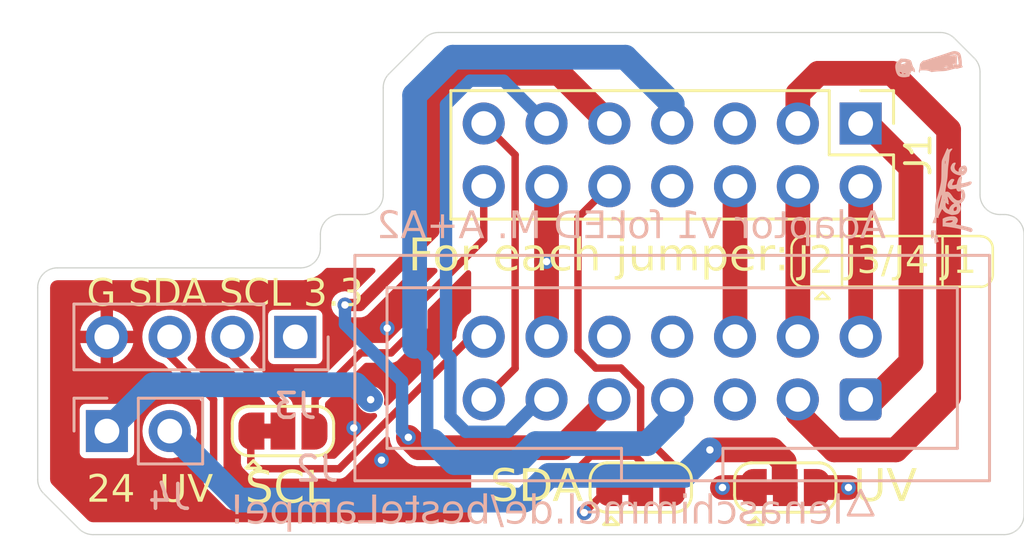
<source format=kicad_pcb>
(kicad_pcb (version 20240108) (generator "pcbnew") (generator_version "8.0")
  (layers (0 "F.Cu" signal) (1 "In1.Cu" signal) (2 "In2.Cu" signal) (31 "B.Cu" signal) (34 "B.Paste" user) (35 "F.Paste" user) (36 "B.SilkS" user "B.Silkscreen") (37 "F.SilkS" user "F.Silkscreen") (38 "B.Mask" user) (39 "F.Mask" user) (44 "Edge.Cuts" user))
  (net 0 "")
  (net 1 "/L0.3_B")
  (net 2 "/L0.2_G")
  (net 3 "/GND_UV")
  (net 4 "/L0.6_A")
  (net 5 "/NEO")
  (net 6 "/TMP_SCL")
  (net 7 "/GND_SDA")
  (net 8 "/L0.4_WW")
  (net 9 "/L0.1_R")
  (net 10 "/+3.3V")
  (net 11 "/+5V")
  (net 12 "/L0.5_CW")
  (net 13 "GND")
  (net 14 "/+24V")
  (net 15 "Net-(J2-Pin_8)")
  (net 16 "Net-(J2-Pin_10)")
  (net 17 "/SDA")
  (net 18 "/SCL")
  (net 19 "/LED_UV")
  (net 20 "Net-(J2-Pin_14)")
  (footprint "Jumper:SolderJumper-3_P1.3mm_Bridged12_RoundedPad1.0x1.5mm" (layer "F.Cu") (at 57.404 39.37)
    (property "Reference" "JP5" (hide yes))
    (property "Value" "Jumper_3_Bridged12")
    (fp_poly (pts (xy -0.9 -0.3) (xy -0.4 -0.3) (xy -0.4 0.3) (xy -0.9 0.3)) (fill solid) (layer "F.Cu"))
    (pad "1" smd custom (at -1.3 0) (size 1 0.5) (layers "F.Cu" "F.Mask") (net 16 "Net-(J2-Pin_10)") (options (clearance outline) (anchor rect)) (primitives (gr_circle (center 0 0.25) (end 0.5 0.25) (width 0) (fill yes)) (gr_circle (center 0 -0.25) (end 0.5 -0.25) (width 0) (fill yes)) (gr_poly (pts (xy 0.55 0.75) (xy 0 0.75) (xy 0 -0.75) (xy 0.55 -0.75)) (width 0) (fill yes))))
    (pad "2" smd rect (at 0 0) (size 1 1.5) (layers "F.Cu" "F.Mask") (net 17 "/SDA"))
    (pad "3" smd custom (at 1.3 0) (size 1 0.5) (layers "F.Cu" "F.Mask") (net 7 "/GND_SDA") (options (clearance outline) (anchor rect)) (primitives (gr_circle (center 0 0.25) (end 0.5 0.25) (width 0) (fill yes)) (gr_circle (center 0 -0.25) (end 0.5 -0.25) (width 0) (fill yes)) (gr_poly (pts (xy 0 0.75) (xy -0.55 0.75) (xy -0.55 -0.75) (xy 0 -0.75)) (width 0) (fill yes))))
  )
  (footprint "Connector_PinHeader_2.54mm:PinHeader_2x07_P2.54mm_Vertical" (layer "F.Cu") (at 66.294 24.638 -90)
    (property "Reference" "J1" (at 1.27 -2.33 90) (layer "F.SilkS"))
    (property "Value" "Conn_LED_Board")
    (pad "1" thru_hole rect (at 0 0 270) (size 1.7 1.7) (drill 1) (layers "*.Cu" "*.Mask") (net 9 "/L0.1_R"))
    (pad "2" thru_hole oval (at 2.54 0 270) (size 1.7 1.7) (drill 1) (layers "*.Cu" "*.Mask") (net 10 "/+3.3V"))
    (pad "3" thru_hole oval (at 0 2.54 270) (size 1.7 1.7) (drill 1) (layers "*.Cu" "*.Mask") (net 2 "/L0.2_G"))
    (pad "4" thru_hole oval (at 2.54 2.54 270) (size 1.7 1.7) (drill 1) (layers "*.Cu" "*.Mask") (net 11 "/+5V"))
    (pad "5" thru_hole oval (at 0 5.08 270) (size 1.7 1.7) (drill 1) (layers "*.Cu" "*.Mask") (net 1 "/L0.3_B"))
    (pad "6" thru_hole oval (at 2.54 5.08 270) (size 1.7 1.7) (drill 1) (layers "*.Cu" "*.Mask") (net 14 "/+24V"))
    (pad "7" thru_hole oval (at 0 7.62 270) (size 1.7 1.7) (drill 1) (layers "*.Cu" "*.Mask") (net 8 "/L0.4_WW"))
    (pad "8" thru_hole oval (at 2.54 7.62 270) (size 1.7 1.7) (drill 1) (layers "*.Cu" "*.Mask") (net 3 "/GND_UV"))
    (pad "9" thru_hole oval (at 0 10.16 270) (size 1.7 1.7) (drill 1) (layers "*.Cu" "*.Mask") (net 12 "/L0.5_CW"))
    (pad "10" thru_hole oval (at 2.54 10.16 270) (size 1.7 1.7) (drill 1) (layers "*.Cu" "*.Mask") (net 7 "/GND_SDA"))
    (pad "11" thru_hole oval (at 0 12.7 270) (size 1.7 1.7) (drill 1) (layers "*.Cu" "*.Mask") (net 4 "/L0.6_A"))
    (pad "12" thru_hole oval (at 2.54 12.7 270) (size 1.7 1.7) (drill 1) (layers "*.Cu" "*.Mask") (net 13 "GND"))
    (pad "13" thru_hole oval (at 0 15.24 270) (size 1.7 1.7) (drill 1) (layers "*.Cu" "*.Mask") (net 5 "/NEO"))
    (pad "14" thru_hole oval (at 2.54 15.24 270) (size 1.7 1.7) (drill 1) (layers "*.Cu" "*.Mask") (net 6 "/TMP_SCL"))
  )
  (footprint "Jumper:SolderJumper-3_P1.3mm_Bridged12_RoundedPad1.0x1.5mm" (layer "F.Cu") (at 63.246 39.37)
    (property "Reference" "JP4" (hide yes))
    (property "Value" "Jumper_3_Bridged12")
    (fp_poly (pts (xy -0.9 -0.3) (xy -0.4 -0.3) (xy -0.4 0.3) (xy -0.9 0.3)) (fill solid) (layer "F.Cu"))
    (pad "1" smd custom (at -1.3 0) (size 1 0.5) (layers "F.Cu" "F.Mask") (net 15 "Net-(J2-Pin_8)") (options (clearance outline) (anchor rect)) (primitives (gr_circle (center 0 0.25) (end 0.5 0.25) (width 0) (fill yes)) (gr_circle (center 0 -0.25) (end 0.5 -0.25) (width 0) (fill yes)) (gr_poly (pts (xy 0.55 0.75) (xy 0 0.75) (xy 0 -0.75) (xy 0.55 -0.75)) (width 0) (fill yes))))
    (pad "2" smd rect (at 0 0) (size 1 1.5) (layers "F.Cu" "F.Mask") (net 19 "/LED_UV"))
    (pad "3" smd custom (at 1.3 0) (size 1 0.5) (layers "F.Cu" "F.Mask") (net 3 "/GND_UV") (options (clearance outline) (anchor rect)) (primitives (gr_circle (center 0 0.25) (end 0.5 0.25) (width 0) (fill yes)) (gr_circle (center 0 -0.25) (end 0.5 -0.25) (width 0) (fill yes)) (gr_poly (pts (xy 0 0.75) (xy -0.55 0.75) (xy -0.55 -0.75) (xy 0 -0.75)) (width 0) (fill yes))))
  )
  (footprint "Jumper:SolderJumper-3_P1.3mm_Bridged12_RoundedPad1.0x1.5mm" (layer "F.Cu") (at 42.936 37.084)
    (property "Reference" "JP6" (hide yes))
    (property "Value" "Jumper_3_Bridged12")
    (fp_poly (pts (xy -0.9 -0.3) (xy -0.4 -0.3) (xy -0.4 0.3) (xy -0.9 0.3)) (fill solid) (layer "F.Cu"))
    (pad "1" smd custom (at -1.3 0) (size 1 0.5) (layers "F.Cu" "F.Mask") (net 20 "Net-(J2-Pin_14)") (options (clearance outline) (anchor rect)) (primitives (gr_circle (center 0 0.25) (end 0.5 0.25) (width 0) (fill yes)) (gr_circle (center 0 -0.25) (end 0.5 -0.25) (width 0) (fill yes)) (gr_poly (pts (xy 0.55 0.75) (xy 0 0.75) (xy 0 -0.75) (xy 0.55 -0.75)) (width 0) (fill yes))))
    (pad "2" smd rect (at 0 0) (size 1 1.5) (layers "F.Cu" "F.Mask") (net 18 "/SCL"))
    (pad "3" smd custom (at 1.3 0) (size 1 0.5) (layers "F.Cu" "F.Mask") (net 6 "/TMP_SCL") (options (clearance outline) (anchor rect)) (primitives (gr_circle (center 0 0.25) (end 0.5 0.25) (width 0) (fill yes)) (gr_circle (center 0 -0.25) (end 0.5 -0.25) (width 0) (fill yes)) (gr_poly (pts (xy 0 0.75) (xy -0.55 0.75) (xy -0.55 -0.75) (xy 0 -0.75)) (width 0) (fill yes))))
  )
  (footprint "Connector_IDC:IDC-Header_2x07_P2.54mm_Vertical" (layer "B.Cu") (at 66.294 35.8045 90)
    (property "Reference" "J2" (at -2.8035 -21.971 180) (layer "B.SilkS") (effects (justify mirror)))
    (property "Value" "Conn_Cable")
    (pad "1" thru_hole roundrect (at 0 0 90) (size 1.7 1.7) (drill 1) (layers "*.Cu" "*.Mask") (roundrect_rratio 0.147059) (net 9 "/L0.1_R"))
    (pad "2" thru_hole circle (at 2.54 0 90) (size 1.7 1.7) (drill 1) (layers "*.Cu" "*.Mask") (net 10 "/+3.3V"))
    (pad "3" thru_hole circle (at 0 -2.54 90) (size 1.7 1.7) (drill 1) (layers "*.Cu" "*.Mask") (net 2 "/L0.2_G"))
    (pad "4" thru_hole circle (at 2.54 -2.54 90) (size 1.7 1.7) (drill 1) (layers "*.Cu" "*.Mask") (net 11 "/+5V"))
    (pad "5" thru_hole circle (at 0 -5.08 90) (size 1.7 1.7) (drill 1) (layers "*.Cu" "*.Mask") (net 1 "/L0.3_B"))
    (pad "6" thru_hole circle (at 2.54 -5.08 90) (size 1.7 1.7) (drill 1) (layers "*.Cu" "*.Mask") (net 14 "/+24V"))
    (pad "7" thru_hole circle (at 0 -7.62 90) (size 1.7 1.7) (drill 1) (layers "*.Cu" "*.Mask") (net 8 "/L0.4_WW"))
    (pad "8" thru_hole circle (at 2.54 -7.62 90) (size 1.7 1.7) (drill 1) (layers "*.Cu" "*.Mask") (net 15 "Net-(J2-Pin_8)"))
    (pad "9" thru_hole circle (at 0 -10.16 90) (size 1.7 1.7) (drill 1) (layers "*.Cu" "*.Mask") (net 12 "/L0.5_CW"))
    (pad "10" thru_hole circle (at 2.54 -10.16 90) (size 1.7 1.7) (drill 1) (layers "*.Cu" "*.Mask") (net 16 "Net-(J2-Pin_10)"))
    (pad "11" thru_hole circle (at 0 -12.7 90) (size 1.7 1.7) (drill 1) (layers "*.Cu" "*.Mask") (net 4 "/L0.6_A"))
    (pad "12" thru_hole circle (at 2.54 -12.7 90) (size 1.7 1.7) (drill 1) (layers "*.Cu" "*.Mask") (net 13 "GND"))
    (pad "13" thru_hole circle (at 0 -15.24 90) (size 1.7 1.7) (drill 1) (layers "*.Cu" "*.Mask") (net 5 "/NEO"))
    (pad "14" thru_hole circle (at 2.54 -15.24 90) (size 1.7 1.7) (drill 1) (layers "*.Cu" "*.Mask") (net 20 "Net-(J2-Pin_14)"))
  )
  (footprint "Connector_PinHeader_2.54mm:PinHeader_1x04_P2.54mm_Vertical" (layer "B.Cu") (at 43.434 33.274 90)
    (property "Reference" "J3" (at -2.794 0 180) (layer "B.SilkS") (effects (justify mirror)))
    (property "Value" "Conn_01x04")
    (pad "1" thru_hole rect (at 0 0 90) (size 1.7 1.7) (drill 1) (layers "*.Cu" "*.Mask") (net 10 "/+3.3V"))
    (pad "2" thru_hole oval (at 0 -2.54 90) (size 1.7 1.7) (drill 1) (layers "*.Cu" "*.Mask") (net 18 "/SCL"))
    (pad "3" thru_hole oval (at 0 -5.08 90) (size 1.7 1.7) (drill 1) (layers "*.Cu" "*.Mask") (net 17 "/SDA"))
    (pad "4" thru_hole oval (at 0 -7.62 90) (size 1.7 1.7) (drill 1) (layers "*.Cu" "*.Mask") (net 13 "GND"))
  )
  (footprint "LOGO" (layer "B.Cu") (at 69.342 25.4 90)
    (property "Reference" "G***" (hide yes))
    (property "Value" "LOGO" (hide yes))
  )
  (footprint "Connector_PinHeader_2.54mm:PinHeader_1x02_P2.54mm_Vertical" (layer "B.Cu") (at 35.819 37.084 -90)
    (property "Reference" "J4" (at 2.667 -2.535 0) (layer "B.SilkS") (effects (justify mirror)))
    (property "Value" "Conn_01x02")
    (pad "1" thru_hole rect (at 0 0 270) (size 1.7 1.7) (drill 1) (layers "*.Cu" "*.Mask") (net 14 "/+24V"))
    (pad "2" thru_hole oval (at 0 -2.54 270) (size 1.7 1.7) (drill 1) (layers "*.Cu" "*.Mask") (net 19 "/LED_UV"))
  )
  (gr_arc (start 71.1365 29.2) (mid 71.490053 29.346447) (end 71.6365 29.7) (stroke (width 0.1)) (layer "F.SilkS"))
  (gr_line (start 63.4995 30.742) (end 63.4995 29.692) (stroke (width 0.1)) (layer "F.SilkS"))
  (gr_line (start 69.6045 29.192) (end 69.6045 31.224) (stroke (width 0.1)) (layer "F.SilkS"))
  (gr_line (start 63.9995 29.192) (end 71.1285 29.192) (stroke (width 0.1)) (layer "F.SilkS"))
  (gr_arc (start 63.4995 29.692) (mid 63.645947 29.338447) (end 63.9995 29.192) (stroke (width 0.1)) (layer "F.SilkS"))
  (gr_arc (start 63.9995 31.242) (mid 63.645947 31.095553) (end 63.4995 30.742) (stroke (width 0.1)) (layer "F.SilkS"))
  (gr_arc (start 71.6365 30.75) (mid 71.490053 31.103553) (end 71.1365 31.25) (stroke (width 0.1)) (layer "F.SilkS"))
  (gr_poly (pts (xy 64.4625 31.742) (xy 64.7525 31.452) (xy 65.0325 31.732) (xy 65.0325 31.742) (xy 64.4825 31.742) (xy 64.4625 31.722)) (stroke (width 0.1)) (fill none) (layer "F.SilkS"))
  (gr_line (start 65.5405 29.192) (end 65.5405 31.224) (stroke (width 0.1)) (layer "F.SilkS"))
  (gr_line (start 71.6365 29.7) (end 71.6365 30.75) (stroke (width 0.1)) (layer "F.SilkS"))
  (gr_line (start 71.1285 31.242) (end 63.9995 31.242) (stroke (width 0.1)) (layer "F.SilkS"))
  (gr_line (start 69.518629 20.955) (end 49.226371 20.955) (stroke (width 0.05)) (layer "Edge.Cuts"))
  (gr_arc (start 71.92 28.321) (mid 71.354315 28.086685) (end 71.12 27.521) (stroke (width 0.05)) (layer "Edge.Cuts"))
  (gr_line (start 35.256371 41.275) (end 72.098 41.275) (stroke (width 0.05)) (layer "Edge.Cuts"))
  (gr_arc (start 48.660685 21.189315) (mid 48.920224 21.015896) (end 49.226371 20.955) (stroke (width 0.05)) (layer "Edge.Cuts"))
  (gr_line (start 44.45 29.121) (end 44.45 29.68) (stroke (width 0.05)) (layer "Edge.Cuts"))
  (gr_line (start 72.898 40.475) (end 72.898 29.121) (stroke (width 0.05)) (layer "Edge.Cuts"))
  (gr_line (start 33.02 31.28) (end 33.02 39.038629) (stroke (width 0.05)) (layer "Edge.Cuts"))
  (gr_arc (start 46.99 27.521) (mid 46.755685 28.086685) (end 46.19 28.321) (stroke (width 0.05)) (layer "Edge.Cuts"))
  (gr_arc (start 44.45 29.68) (mid 44.215685 30.245685) (end 43.65 30.48) (stroke (width 0.05)) (layer "Edge.Cuts"))
  (gr_line (start 48.660685 21.189315) (end 47.224314 22.625686) (stroke (width 0.05)) (layer "Edge.Cuts"))
  (gr_line (start 33.254315 39.604315) (end 34.690686 41.040686) (stroke (width 0.05)) (layer "Edge.Cuts"))
  (gr_arc (start 70.885685 21.990685) (mid 71.059104 22.250224) (end 71.12 22.556371) (stroke (width 0.05)) (layer "Edge.Cuts"))
  (gr_arc (start 33.02 31.28) (mid 33.254315 30.714315) (end 33.82 30.48) (stroke (width 0.05)) (layer "Edge.Cuts"))
  (gr_arc (start 72.098 28.321) (mid 72.663685 28.555315) (end 72.898 29.121) (stroke (width 0.05)) (layer "Edge.Cuts"))
  (gr_arc (start 69.518629 20.955) (mid 69.824769 21.015906) (end 70.084314 21.189314) (stroke (width 0.05)) (layer "Edge.Cuts"))
  (gr_line (start 43.65 30.48) (end 33.82 30.48) (stroke (width 0.05)) (layer "Edge.Cuts"))
  (gr_arc (start 44.45 29.121) (mid 44.684315 28.555315) (end 45.25 28.321) (stroke (width 0.05)) (layer "Edge.Cuts"))
  (gr_arc (start 46.99 23.191371) (mid 47.050906 22.885231) (end 47.224314 22.625686) (stroke (width 0.05)) (layer "Edge.Cuts"))
  (gr_line (start 72.098 28.321) (end 71.92 28.321) (stroke (width 0.05)) (layer "Edge.Cuts"))
  (gr_line (start 46.99 23.191371) (end 46.99 27.521) (stroke (width 0.05)) (layer "Edge.Cuts"))
  (gr_arc (start 35.256371 41.275) (mid 34.950231 41.214094) (end 34.690686 41.040686) (stroke (width 0.05)) (layer "Edge.Cuts"))
  (gr_arc (start 72.898 40.475) (mid 72.663685 41.040685) (end 72.098 41.275) (stroke (width 0.05)) (layer "Edge.Cuts"))
  (gr_line (start 71.12 27.521) (end 71.12 22.556371) (stroke (width 0.05)) (layer "Edge.Cuts"))
  (gr_arc (start 33.254315 39.604315) (mid 33.080887 39.344778) (end 33.02 39.038629) (stroke (width 0.05)) (layer "Edge.Cuts"))
  (gr_line (start 70.885685 21.990685) (end 70.084314 21.189314) (stroke (width 0.05)) (layer "Edge.Cuts"))
  (gr_line (start 46.19 28.321) (end 45.25 28.321) (stroke (width 0.05)) (layer "Edge.Cuts"))
  (gr_text "Adaptor v1 for" (at 67.31 29.464 0) (layer "B.SilkS") (effects (font (size 1.1 1.1) (thickness 0.1)) (justify left bottom mirror)))
  (gr_text "lenaschimmel.de/besteLampe!" (at 65.6 41.021 0) (layer "B.SilkS") (effects (font (size 1.15 1.15) (thickness 0.1)) (justify left bottom mirror)))
  (gr_text "LED M. A+A2" (at 56.896 29.464 0) (layer "B.SilkS") (effects (font (size 1.1 1.1) (thickness 0.1)) (justify left bottom mirror)))
  (gr_text "G SDA SCL 3.3" (at 35 32.2 0) (layer "F.SilkS") (effects (font (size 1.1 1.1) (thickness 0.1)) (justify left bottom)))
  (gr_text "SCL" (at 41.4 40.2 0) (layer "F.SilkS") (effects (font (size 1.3 1.3) (thickness 0.1)) (justify left bottom)))
  (gr_text "SDA" (at 51.308 40.132 0) (layer "F.SilkS") (effects (font (size 1.3 1.3) (thickness 0.1)) (justify left bottom)))
  (gr_text "24  UV" (at 35 40.132 0) (layer "F.SilkS") (effects (font (size 1.1 1.1) (thickness 0.1)) (justify left bottom)))
  (gr_text "UV" (at 66 40.132 0) (layer "F.SilkS") (effects (font (size 1.3 1.3) (thickness 0.1)) (justify left bottom)))
  (gr_text "For each jumper:" (at 48 30.8 0) (layer "F.SilkS") (effects (font (size 1.3 1.3) (thickness 0.1)) (justify left bottom)))
  (gr_text "J2 J3/J4 J1" (at 63.7625 30.8684 0) (layer "F.SilkS") (effects (font (size 1.1 1.1) (thickness 0.1)) (justify left bottom)))
  (segment (start 63.754 36.374) (end 63.754 35.814) (width 1) (layer "F.Cu") (net 2))
  (segment (start 65.226 37.846) (end 63.754 36.374) (width 1) (layer "F.Cu") (net 2))
  (segment (start 67.564 22.606) (end 69.85 24.892) (width 1) (layer "F.Cu") (net 2))
  (segment (start 63.754 24.638) (end 63.754 23.435919) (width 1) (layer "F.Cu") (net 2))
  (segment (start 63.754 23.435919) (end 64.583919 22.606) (width 1) (layer "F.Cu") (net 2))
  (segment (start 69.85 24.892) (end 69.85 35.713) (width 1) (layer "F.Cu") (net 2))
  (segment (start 67.717 37.846) (end 65.226 37.846) (width 1) (layer "F.Cu") (net 2))
  (segment (start 69.85 35.713) (end 67.717 37.846) (width 1) (layer "F.Cu") (net 2))
  (segment (start 64.583919 22.606) (end 67.564 22.606) (width 1) (layer "F.Cu") (net 2))
  (segment (start 64.546 39.37) (end 65.8 39.37) (width 1) (layer "F.Cu") (net 3))
  (via (at 65.8 39.37) (size 0.6) (drill 0.3) (layers "F.Cu" "B.Cu") (net 3))
  (segment (start 51.861 22.905) (end 50.501 22.905) (width 0.5) (layer "B.Cu") (net 4))
  (segment (start 53.594 35.814) (end 53.276 35.814) (width 0.5) (layer "B.Cu") (net 4))
  (segment (start 49.53 33.935051) (end 49.706 34.111051) (width 0.5) (layer "B.Cu") (net 4))
  (segment (start 49.53 23.876) (end 49.53 33.935051) (width 0.5) (layer "B.Cu") (net 4))
  (segment (start 52.04 37.114) (end 53.3495 35.8045) (width 0.5) (layer "B.Cu") (net 4))
  (segment (start 50.501 22.905) (end 49.53 23.876) (width 0.5) (layer "B.Cu") (net 4))
  (segment (start 50.322 37.114) (end 52.04 37.114) (width 0.5) (layer "B.Cu") (net 4))
  (segment (start 49.706 36.498) (end 50.322 37.114) (width 0.5) (layer "B.Cu") (net 4))
  (segment (start 49.706 34.111051) (end 49.706 36.498) (width 0.5) (layer "B.Cu") (net 4))
  (segment (start 53.3495 35.8045) (end 53.594 35.8045) (width 0.5) (layer "B.Cu") (net 4))
  (segment (start 53.594 24.638) (end 51.861 22.905) (width 0.5) (layer "B.Cu") (net 4))
  (segment (start 52.324 25.908) (end 51.054 24.638) (width 0.3) (layer "F.Cu") (net 5))
  (segment (start 51.054 35.814) (end 52.324 34.544) (width 0.3) (layer "F.Cu") (net 5))
  (segment (start 52.324 34.544) (end 52.324 25.908) (width 0.3) (layer "F.Cu") (net 5))
  (segment (start 46.09 33.92) (end 47.31 33.92) (width 0.3) (layer "F.Cu") (net 6))
  (segment (start 48.38 32.85) (end 48.38 32.01) (width 0.3) (layer "F.Cu") (net 6))
  (segment (start 44.236 35.774) (end 46.09 33.92) (width 0.3) (layer "F.Cu") (net 6))
  (segment (start 51.054 29.336) (end 51.054 27.178) (width 0.3) (layer "F.Cu") (net 6))
  (segment (start 48.38 32.01) (end 51.054 29.336) (width 0.3) (layer "F.Cu") (net 6))
  (segment (start 44.236 37.084) (end 44.236 35.774) (width 0.3) (layer "F.Cu") (net 6))
  (segment (start 47.31 33.92) (end 48.38 32.85) (width 0.3) (layer "F.Cu") (net 6))
  (segment (start 58.704 38.444) (end 58.704 39.37) (width 0.3) (layer "F.Cu") (net 7))
  (segment (start 54.864 33.811682) (end 55.588034 34.535716) (width 0.3) (layer "F.Cu") (net 7))
  (segment (start 57.397792 37.137792) (end 58.704 38.444) (width 0.3) (layer "F.Cu") (net 7))
  (segment (start 57.397792 35.329124) (end 57.397792 37.137792) (width 0.3) (layer "F.Cu") (net 7))
  (segment (start 55.588034 34.535716) (end 56.604384 34.535716) (width 0.3) (layer "F.Cu") (net 7))
  (segment (start 54.864 28.448) (end 54.864 33.811682) (width 0.3) (layer "F.Cu") (net 7))
  (segment (start 56.134 27.178) (end 54.864 28.448) (width 0.3) (layer "F.Cu") (net 7))
  (segment (start 56.604384 34.535716) (end 57.397792 35.329124) (width 0.3) (layer "F.Cu") (net 7))
  (segment (start 58.674 24.638) (end 58.674 23.85) (width 1) (layer "B.Cu") (net 8))
  (segment (start 49.868 38.36) (end 52.391503 38.36) (width 1) (layer "B.Cu") (net 8))
  (segment (start 49.8 21.955) (end 48.26 23.495) (width 1) (layer "B.Cu") (net 8))
  (segment (start 53.159503 37.592) (end 57.658 37.592) (width 1) (layer "B.Cu") (net 8))
  (segment (start 58.674 36.576) (end 58.674 35.814) (width 1) (layer "B.Cu") (net 8))
  (segment (start 58.674 23.85) (end 56.779 21.955) (width 1) (layer "B.Cu") (net 8))
  (segment (start 48.768 37.26) (end 48.768 34.163) (width 0.5) (layer "B.Cu") (net 8))
  (segment (start 56.779 21.955) (end 49.8 21.955) (width 1) (layer "B.Cu") (net 8))
  (segment (start 48.26 23.495) (end 48.26 33.655) (width 1) (layer "B.Cu") (net 8))
  (segment (start 49.006 37.498) (end 49.868 38.36) (width 1) (layer "B.Cu") (net 8))
  (segment (start 48.768 34.163) (end 48.26 33.655) (width 0.5) (layer "B.Cu") (net 8))
  (segment (start 52.391503 38.36) (end 53.159503 37.592) (width 1) (layer "B.Cu") (net 8))
  (segment (start 57.658 37.592) (end 58.674 36.576) (width 1) (layer "B.Cu") (net 8))
  (segment (start 49.006 37.498) (end 48.768 37.26) (width 0.5) (layer "B.Cu") (net 8))
  (segment (start 68.326 26.416) (end 68.326 34.29) (width 1) (layer "F.Cu") (net 9))
  (segment (start 66.548 24.638) (end 68.326 26.416) (width 1) (layer "F.Cu") (net 9))
  (segment (start 66.294 24.638) (end 66.548 24.638) (width 1) (layer "F.Cu") (net 9))
  (segment (start 66.802 35.814) (end 66.294 35.814) (width 1) (layer "F.Cu") (net 9))
  (segment (start 68.326 34.29) (end 66.802 35.814) (width 1) (layer "F.Cu") (net 9))
  (segment (start 66.294 27.178) (end 66.294 33.274) (width 1) (layer "F.Cu") (net 10))
  (segment (start 63.754 27.178) (end 63.754 33.274) (width 1) (layer "F.Cu") (net 11))
  (segment (start 45.443669 31.981669) (end 46.042474 31.981669) (width 0.5) (layer "F.Cu") (net 12))
  (segment (start 46.042474 31.981669) (end 49.006 29.018143) (width 0.5) (layer "F.Cu") (net 12))
  (segment (start 48.006 37.338) (end 48.426 37.758) (width 1) (layer "F.Cu") (net 12))
  (segment (start 54.211219 37.758) (end 56.134 35.835219) (width 1) (layer "F.Cu") (net 12))
  (segment (start 49.006 23.892) (end 49.006 28.194) (width 1) (layer "F.Cu") (net 12))
  (segment (start 56.134 35.835219) (end 56.134 35.814) (width 1) (layer "F.Cu") (net 12))
  (segment (start 54.102 22.606) (end 50.292 22.606) (width 1) (layer "F.Cu") (net 12))
  (segment (start 50.292 22.606) (end 49.006 23.892) (width 1) (layer "F.Cu") (net 12))
  (segment (start 48.426 37.758) (end 54.211219 37.758) (width 1) (layer "F.Cu") (net 12))
  (segment (start 56.134 24.638) (end 54.102 22.606) (width 1) (layer "F.Cu") (net 12))
  (segment (start 49.006 29.018143) (end 49.006 28.194) (width 0.5) (layer "F.Cu") (net 12))
  (via (at 48.006 37.338) (size 0.6) (drill 0.3) (layers "F.Cu" "B.Cu") (net 12))
  (via (at 45.443669 31.981669) (size 0.6) (drill 0.3) (layers "F.Cu" "B.Cu") (net 12))
  (segment (start 47.752 35.071) (end 47.752 37.084) (width 0.5) (layer "B.Cu") (net 12))
  (segment (start 45.443669 31.981669) (end 45.443669 32.762669) (width 0.5) (layer "B.Cu") (net 12))
  (segment (start 45.443669 32.762669) (end 47.752 35.071) (width 0.5) (layer "B.Cu") (net 12))
  (segment (start 47.752 37.084) (end 48.006 37.338) (width 0.5) (layer "B.Cu") (net 12))
  (segment (start 53.594 27.178) (end 53.594 30.226) (width 1) (layer "F.Cu") (net 13))
  (segment (start 53.594 30.226) (end 53.594 33.274) (width 1) (layer "F.Cu") (net 13))
  (via (at 53.594 30.226) (size 0.6) (drill 0.3) (layers "F.Cu" "B.Cu") (net 13))
  (via (at 45.8 36.96) (size 0.6) (drill 0.3) (layers "F.Cu" "B.Cu") (net 13))
  (via (at 47.15231 32.921648) (size 0.6) (drill 0.3) (layers "F.Cu" "B.Cu") (net 13))
  (via (at 46.92 38.26) (size 0.6) (drill 0.3) (layers "F.Cu" "B.Cu") (net 13))
  (segment (start 61.214 27.178) (end 61.214 33.274) (width 1) (layer "F.Cu") (net 14))
  (via (at 46.482 35.814) (size 0.6) (drill 0.3) (layers "F.Cu" "B.Cu") (net 14))
  (segment (start 37.693 35.21) (end 35.819 37.084) (width 1) (layer "B.Cu") (net 14))
  (segment (start 46.482 35.814) (end 45.878 35.21) (width 1) (layer "B.Cu") (net 14))
  (segment (start 45.878 35.21) (end 37.693 35.21) (width 1) (layer "B.Cu") (net 14))
  (segment (start 60.706 39.37) (end 61.946 39.37) (width 1) (layer "F.Cu") (net 15))
  (via (at 60.706 39.37) (size 0.6) (drill 0.3) (layers "F.Cu" "B.Cu") (net 15))
  (segment (start 56.104 39.4) (end 56.104 39.37) (width 0.3) (layer "F.Cu") (net 16))
  (segment (start 55.118 40.386) (end 56.104 39.4) (width 0.3) (layer "F.Cu") (net 16))
  (via (at 55.118 40.386) (size 0.6) (drill 0.3) (layers "F.Cu" "B.Cu") (net 16))
  (segment (start 57.184 38.1) (end 57.404 38.32) (width 0.3) (layer "F.Cu") (net 17))
  (segment (start 57.404 38.32) (end 57.404 39.37) (width 0.3) (layer "F.Cu") (net 17))
  (segment (start 40.132 39.116) (end 40.894 39.878) (width 0.3) (layer "F.Cu") (net 17))
  (segment (start 53.213 39.116) (end 54.356 39.116) (width 0.3) (layer "F.Cu") (net 17))
  (segment (start 38.354 33.274) (end 38.354 34.036) (width 0.3) (layer "F.Cu") (net 17))
  (segment (start 52.451 39.878) (end 53.213 39.116) (width 0.3) (layer "F.Cu") (net 17))
  (segment (start 54.356 39.116) (end 55.372 38.1) (width 0.3) (layer "F.Cu") (net 17))
  (segment (start 40.132 35.814) (end 40.132 39.116) (width 0.3) (layer "F.Cu") (net 17))
  (segment (start 57.688 38.733918) (end 57.688 39.37) (width 0.3) (layer "F.Cu") (net 17))
  (segment (start 55.372 38.1) (end 57.184 38.1) (width 0.3) (layer "F.Cu") (net 17))
  (segment (start 40.894 39.878) (end 52.451 39.878) (width 0.3) (layer "F.Cu") (net 17))
  (segment (start 38.354 34.036) (end 40.132 35.814) (width 0.3) (layer "F.Cu") (net 17))
  (segment (start 40.894 34.036) (end 42.936 36.078) (width 0.3) (layer "F.Cu") (net 18))
  (segment (start 42.936 36.078) (end 42.936 37.084) (width 0.3) (layer "F.Cu") (net 18))
  (segment (start 40.894 33.274) (end 40.894 34.036) (width 0.3) (layer "F.Cu") (net 18))
  (segment (start 63.201 39.325) (end 63.246 39.37) (width 1) (layer "F.Cu") (net 19))
  (segment (start 62.719022 37.846) (end 63.201 38.327978) (width 1) (layer "F.Cu") (net 19))
  (segment (start 60.198 37.846) (end 62.719022 37.846) (width 1) (layer "F.Cu") (net 19))
  (segment (start 63.201 38.327978) (end 63.201 39.325) (width 1) (layer "F.Cu") (net 19))
  (via (at 60.198 37.846) (size 0.6) (drill 0.3) (layers "F.Cu" "B.Cu") (net 19))
  (segment (start 53.687786 38.878) (end 59.166 38.878) (width 1) (layer "B.Cu") (net 19))
  (segment (start 38.359 37.084) (end 41.153 39.878) (width 1) (layer "B.Cu") (net 19))
  (segment (start 41.153 39.878) (end 52.687786 39.878) (width 1) (layer "B.Cu") (net 19))
  (segment (start 52.687786 39.878) (end 53.687786 38.878) (width 1) (layer "B.Cu") (net 19))
  (segment (start 59.166 38.878) (end 60.198 37.846) (width 1) (layer "B.Cu") (net 19))
  (segment (start 50.546 33.274) (end 51.054 33.274) (width 0.3) (layer "F.Cu") (net 20))
  (segment (start 41.636 38.334) (end 41.91 38.608) (width 0.3) (layer "F.Cu") (net 20))
  (segment (start 45.212 38.608) (end 50.546 33.274) (width 0.3) (layer "F.Cu") (net 20))
  (segment (start 41.91 38.608) (end 45.212 38.608) (width 0.3) (layer "F.Cu") (net 20))
  (segment (start 41.636 37.084) (end 41.636 38.334) (width 0.3) (layer "F.Cu") (net 20))
  (zone (net 13) (net_name "GND") (layer "F.Cu") (priority 1) (connect_pads (clearance 0.25)) (min_thickness 0.225) (fill yes (thermal_gap 0.25) (thermal_bridge_width 0.5))
    (polygon (pts (xy 32.766 30.48) (xy 50.546 30.48) (xy 50.546 42.164) (xy 32.766 42.164)))
  )
)
</source>
